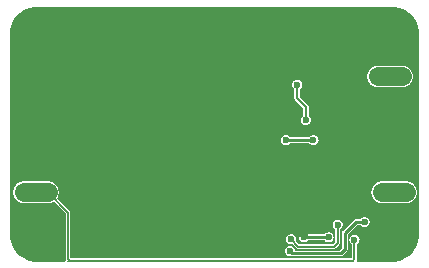
<source format=gbl>
G04*
G04 #@! TF.GenerationSoftware,Altium Limited,Altium Designer,20.1.8 (145)*
G04*
G04 Layer_Physical_Order=2*
G04 Layer_Color=16711680*
%FSAX44Y44*%
%MOMM*%
G71*
G04*
G04 #@! TF.SameCoordinates,513F2EBE-DBB5-41E4-B840-0BD9831D4F27*
G04*
G04*
G04 #@! TF.FilePolarity,Positive*
G04*
G01*
G75*
%ADD10C,0.1524*%
%ADD12C,0.2540*%
%ADD14C,0.1270*%
%ADD56C,0.2032*%
%ADD57C,1.6000*%
%ADD59O,4.0000X2.4000*%
%ADD60C,2.5000*%
%ADD61C,0.6500*%
%ADD62C,0.6000*%
%ADD63C,1.5000*%
%ADD64C,0.2286*%
G36*
X00331697Y00217079D02*
X00335876Y00215348D01*
X00339637Y00212835D01*
X00342835Y00209637D01*
X00345348Y00205876D01*
X00347079Y00201697D01*
X00347961Y00197262D01*
Y00195000D01*
Y00025000D01*
Y00022738D01*
X00347079Y00018303D01*
X00345348Y00014124D01*
X00342835Y00010363D01*
X00339637Y00007165D01*
X00335876Y00004652D01*
X00331697Y00002921D01*
X00327262Y00002039D01*
X00296495D01*
X00296019Y00002419D01*
X00295822Y00002745D01*
X00295495Y00003559D01*
X00295525Y00003756D01*
X00295535Y00003955D01*
Y00016762D01*
X00295636Y00016816D01*
X00295874Y00016964D01*
X00296101Y00017127D01*
X00296317Y00017304D01*
X00296521Y00017495D01*
X00296712Y00017699D01*
X00296889Y00017915D01*
X00297052Y00018142D01*
X00297200Y00018380D01*
X00297332Y00018627D01*
X00297447Y00018881D01*
X00297546Y00019143D01*
X00297627Y00019410D01*
X00297690Y00019683D01*
X00297736Y00019958D01*
X00297763Y00020237D01*
X00297772Y00020516D01*
X00297763Y00020796D01*
X00297736Y00021074D01*
X00297690Y00021349D01*
X00297627Y00021622D01*
X00297546Y00021889D01*
X00297447Y00022151D01*
X00297332Y00022406D01*
X00297200Y00022652D01*
X00297052Y00022890D01*
X00296889Y00023117D01*
X00296712Y00023333D01*
X00296521Y00023537D01*
X00296317Y00023728D01*
X00296101Y00023905D01*
X00295874Y00024068D01*
X00295636Y00024216D01*
X00295389Y00024348D01*
X00295135Y00024463D01*
X00294873Y00024562D01*
X00294606Y00024643D01*
X00294333Y00024706D01*
X00294058Y00024752D01*
X00293779Y00024779D01*
X00293500Y00024788D01*
X00293221Y00024779D01*
X00292942Y00024752D01*
X00292666Y00024706D01*
X00292394Y00024643D01*
X00292127Y00024562D01*
X00291865Y00024463D01*
X00291610Y00024348D01*
X00291364Y00024216D01*
X00291126Y00024068D01*
X00290899Y00023905D01*
X00290683Y00023728D01*
X00290479Y00023537D01*
X00290288Y00023333D01*
X00290110Y00023117D01*
X00289948Y00022890D01*
X00289800Y00022652D01*
X00289668Y00022406D01*
X00289553Y00022151D01*
X00289454Y00021889D01*
X00289373Y00021622D01*
X00289310Y00021349D01*
X00289264Y00021074D01*
X00289237Y00020796D01*
X00289228Y00020516D01*
X00289237Y00020237D01*
X00289264Y00019958D01*
X00289310Y00019683D01*
X00289373Y00019410D01*
X00289454Y00019143D01*
X00289553Y00018881D01*
X00289668Y00018627D01*
X00289800Y00018380D01*
X00289948Y00018142D01*
X00290110Y00017915D01*
X00290288Y00017699D01*
X00290479Y00017495D01*
X00290683Y00017304D01*
X00290899Y00017127D01*
X00291126Y00016964D01*
X00291364Y00016816D01*
X00291466Y00016762D01*
Y00004798D01*
X00291464Y00004796D01*
X00053208D01*
X00052983Y00005022D01*
Y00043582D01*
X00052973Y00043782D01*
X00052943Y00043979D01*
X00052895Y00044173D01*
X00052828Y00044361D01*
X00052742Y00044541D01*
X00052640Y00044713D01*
X00052521Y00044873D01*
X00052387Y00045021D01*
X00041615Y00055792D01*
X00041665Y00055868D01*
X00041882Y00056237D01*
X00042081Y00056616D01*
X00042263Y00057004D01*
X00042427Y00057400D01*
X00042573Y00057803D01*
X00042699Y00058212D01*
X00042807Y00058626D01*
X00042896Y00059045D01*
X00042965Y00059468D01*
X00043014Y00059894D01*
X00043044Y00060321D01*
X00043053Y00060749D01*
X00043044Y00061177D01*
X00043014Y00061605D01*
X00042965Y00062030D01*
X00042896Y00062453D01*
X00042807Y00062872D01*
X00042699Y00063287D01*
X00042573Y00063696D01*
X00042427Y00064099D01*
X00042263Y00064495D01*
X00042081Y00064882D01*
X00041882Y00065261D01*
X00041665Y00065630D01*
X00041431Y00065989D01*
X00041181Y00066337D01*
X00040915Y00066673D01*
X00040634Y00066996D01*
X00040338Y00067306D01*
X00040028Y00067602D01*
X00039705Y00067883D01*
X00039369Y00068149D01*
X00039021Y00068399D01*
X00038662Y00068633D01*
X00038293Y00068850D01*
X00037914Y00069050D01*
X00037526Y00069232D01*
X00037131Y00069395D01*
X00036728Y00069541D01*
X00036319Y00069668D01*
X00035904Y00069775D01*
X00035485Y00069864D01*
X00035062Y00069933D01*
X00034637Y00069982D01*
X00034209Y00070012D01*
X00033781Y00070022D01*
X00013781D01*
X00013353Y00070012D01*
X00012925Y00069982D01*
X00012500Y00069933D01*
X00012077Y00069864D01*
X00011658Y00069775D01*
X00011243Y00069668D01*
X00010834Y00069541D01*
X00010431Y00069395D01*
X00010036Y00069232D01*
X00009648Y00069050D01*
X00009269Y00068850D01*
X00008900Y00068633D01*
X00008541Y00068399D01*
X00008193Y00068149D01*
X00007857Y00067883D01*
X00007534Y00067602D01*
X00007225Y00067306D01*
X00006929Y00066996D01*
X00006647Y00066673D01*
X00006381Y00066337D01*
X00006131Y00065989D01*
X00005897Y00065630D01*
X00005681Y00065261D01*
X00005481Y00064882D01*
X00005299Y00064495D01*
X00005135Y00064099D01*
X00004989Y00063696D01*
X00004863Y00063287D01*
X00004755Y00062872D01*
X00004667Y00062453D01*
X00004598Y00062030D01*
X00004548Y00061605D01*
X00004518Y00061177D01*
X00004509Y00060749D01*
X00004518Y00060321D01*
X00004548Y00059894D01*
X00004598Y00059468D01*
X00004667Y00059045D01*
X00004755Y00058626D01*
X00004863Y00058212D01*
X00004989Y00057803D01*
X00005135Y00057400D01*
X00005299Y00057004D01*
X00005481Y00056616D01*
X00005681Y00056237D01*
X00005897Y00055868D01*
X00006131Y00055509D01*
X00006381Y00055161D01*
X00006647Y00054826D01*
X00006929Y00054502D01*
X00007225Y00054193D01*
X00007534Y00053897D01*
X00007857Y00053616D01*
X00008193Y00053350D01*
X00008541Y00053099D01*
X00008900Y00052866D01*
X00009269Y00052649D01*
X00009648Y00052449D01*
X00010036Y00052267D01*
X00010431Y00052103D01*
X00010834Y00051957D01*
X00011243Y00051831D01*
X00011658Y00051723D01*
X00012077Y00051635D01*
X00012500Y00051566D01*
X00012925Y00051516D01*
X00013353Y00051487D01*
X00013781Y00051477D01*
X00033781D01*
X00034209Y00051487D01*
X00034637Y00051516D01*
X00035062Y00051566D01*
X00035485Y00051635D01*
X00035904Y00051723D01*
X00036319Y00051831D01*
X00036728Y00051957D01*
X00037131Y00052103D01*
X00037526Y00052267D01*
X00037914Y00052449D01*
X00038293Y00052649D01*
X00038662Y00052866D01*
X00038738Y00052915D01*
X00048914Y00042740D01*
Y00004179D01*
X00048923Y00003980D01*
X00048953Y00003782D01*
X00049001Y00003589D01*
X00049035Y00003494D01*
X00048615Y00002529D01*
X00048588Y00002478D01*
X00048551Y00002429D01*
X00048242Y00002157D01*
X00047962Y00002053D01*
X00047898Y00002039D01*
X00022738D01*
X00018303Y00002921D01*
X00014124Y00004652D01*
X00010363Y00007165D01*
X00007165Y00010363D01*
X00004652Y00014124D01*
X00002921Y00018303D01*
X00002039Y00022738D01*
Y00025000D01*
Y00195000D01*
Y00197262D01*
X00002921Y00201697D01*
X00004652Y00205876D01*
X00007165Y00209637D01*
X00010363Y00212835D01*
X00014124Y00215348D01*
X00018303Y00217079D01*
X00022738Y00217961D01*
X00327262D01*
X00331697Y00217079D01*
D02*
G37*
%LPC*%
G36*
X00333590Y00168022D02*
X00313590D01*
X00313162Y00168013D01*
X00312735Y00167983D01*
X00312309Y00167934D01*
X00311886Y00167865D01*
X00311467Y00167776D01*
X00311052Y00167668D01*
X00310643Y00167542D01*
X00310240Y00167396D01*
X00309845Y00167232D01*
X00309457Y00167050D01*
X00309078Y00166851D01*
X00308709Y00166634D01*
X00308350Y00166400D01*
X00308002Y00166150D01*
X00307666Y00165884D01*
X00307343Y00165602D01*
X00307034Y00165307D01*
X00306738Y00164997D01*
X00306457Y00164674D01*
X00306190Y00164338D01*
X00305940Y00163990D01*
X00305707Y00163631D01*
X00305490Y00163262D01*
X00305290Y00162883D01*
X00305108Y00162495D01*
X00304944Y00162100D01*
X00304798Y00161697D01*
X00304672Y00161287D01*
X00304564Y00160873D01*
X00304475Y00160454D01*
X00304407Y00160031D01*
X00304357Y00159606D01*
X00304328Y00159178D01*
X00304318Y00158750D01*
X00304328Y00158322D01*
X00304357Y00157894D01*
X00304407Y00157469D01*
X00304475Y00157046D01*
X00304564Y00156627D01*
X00304672Y00156213D01*
X00304798Y00155803D01*
X00304944Y00155400D01*
X00305108Y00155005D01*
X00305290Y00154617D01*
X00305490Y00154238D01*
X00305707Y00153869D01*
X00305940Y00153510D01*
X00306190Y00153162D01*
X00306457Y00152826D01*
X00306738Y00152503D01*
X00307034Y00152193D01*
X00307343Y00151898D01*
X00307666Y00151616D01*
X00308002Y00151350D01*
X00308350Y00151100D01*
X00308709Y00150866D01*
X00309078Y00150649D01*
X00309457Y00150450D01*
X00309845Y00150268D01*
X00310240Y00150104D01*
X00310643Y00149958D01*
X00311052Y00149831D01*
X00311467Y00149724D01*
X00311886Y00149635D01*
X00312309Y00149566D01*
X00312735Y00149517D01*
X00313162Y00149487D01*
X00313590Y00149478D01*
X00333590D01*
X00334018Y00149487D01*
X00334446Y00149517D01*
X00334871Y00149566D01*
X00335294Y00149635D01*
X00335713Y00149724D01*
X00336128Y00149831D01*
X00336537Y00149958D01*
X00336940Y00150104D01*
X00337335Y00150268D01*
X00337723Y00150450D01*
X00338102Y00150649D01*
X00338471Y00150866D01*
X00338830Y00151100D01*
X00339178Y00151350D01*
X00339514Y00151616D01*
X00339837Y00151898D01*
X00340147Y00152193D01*
X00340443Y00152503D01*
X00340724Y00152826D01*
X00340990Y00153162D01*
X00341240Y00153510D01*
X00341474Y00153869D01*
X00341691Y00154238D01*
X00341890Y00154617D01*
X00342072Y00155005D01*
X00342236Y00155400D01*
X00342382Y00155803D01*
X00342509Y00156213D01*
X00342616Y00156627D01*
X00342705Y00157046D01*
X00342774Y00157469D01*
X00342823Y00157894D01*
X00342853Y00158322D01*
X00342863Y00158750D01*
X00342853Y00159178D01*
X00342823Y00159606D01*
X00342774Y00160031D01*
X00342705Y00160454D01*
X00342616Y00160873D01*
X00342509Y00161287D01*
X00342382Y00161697D01*
X00342236Y00162100D01*
X00342072Y00162495D01*
X00341890Y00162883D01*
X00341691Y00163262D01*
X00341474Y00163631D01*
X00341240Y00163990D01*
X00340990Y00164338D01*
X00340724Y00164674D01*
X00340443Y00164997D01*
X00340147Y00165307D01*
X00339837Y00165602D01*
X00339514Y00165884D01*
X00339178Y00166150D01*
X00338830Y00166400D01*
X00338471Y00166634D01*
X00338102Y00166851D01*
X00337723Y00167050D01*
X00337335Y00167232D01*
X00336940Y00167396D01*
X00336537Y00167542D01*
X00336128Y00167668D01*
X00335713Y00167776D01*
X00335294Y00167865D01*
X00334871Y00167934D01*
X00334446Y00167983D01*
X00334018Y00168013D01*
X00333590Y00168022D01*
D02*
G37*
G36*
X00244970Y00155997D02*
X00244690Y00155988D01*
X00244412Y00155961D01*
X00244137Y00155915D01*
X00243864Y00155852D01*
X00243597Y00155770D01*
X00243335Y00155672D01*
X00243080Y00155556D01*
X00242834Y00155425D01*
X00242596Y00155277D01*
X00242369Y00155114D01*
X00242153Y00154937D01*
X00241949Y00154746D01*
X00241758Y00154542D01*
X00241581Y00154326D01*
X00241418Y00154098D01*
X00241270Y00153861D01*
X00241138Y00153614D01*
X00241023Y00153360D01*
X00240924Y00153098D01*
X00240843Y00152831D01*
X00240780Y00152558D01*
X00240734Y00152282D01*
X00240707Y00152004D01*
X00240698Y00151725D01*
X00240707Y00151445D01*
X00240734Y00151167D01*
X00240780Y00150891D01*
X00240843Y00150619D01*
X00240924Y00150352D01*
X00241023Y00150090D01*
X00241138Y00149835D01*
X00241270Y00149589D01*
X00241418Y00149351D01*
X00241581Y00149124D01*
X00241758Y00148908D01*
X00241949Y00148704D01*
X00242153Y00148513D01*
X00242369Y00148335D01*
X00242596Y00148173D01*
X00242682Y00148119D01*
Y00140542D01*
X00242691Y00140343D01*
X00242717Y00140145D01*
X00242760Y00139950D01*
X00242820Y00139760D01*
X00242896Y00139575D01*
X00242988Y00139398D01*
X00243096Y00139230D01*
X00243217Y00139072D01*
X00243352Y00138925D01*
X00250149Y00132127D01*
Y00125414D01*
X00250064Y00125361D01*
X00249836Y00125198D01*
X00249620Y00125021D01*
X00249416Y00124830D01*
X00249225Y00124626D01*
X00249048Y00124409D01*
X00248885Y00124182D01*
X00248737Y00123945D01*
X00248605Y00123698D01*
X00248490Y00123443D01*
X00248392Y00123182D01*
X00248311Y00122914D01*
X00248247Y00122642D01*
X00248202Y00122366D01*
X00248174Y00122088D01*
X00248165Y00121809D01*
X00248174Y00121529D01*
X00248202Y00121251D01*
X00248247Y00120975D01*
X00248311Y00120703D01*
X00248392Y00120435D01*
X00248490Y00120174D01*
X00248605Y00119919D01*
X00248737Y00119672D01*
X00248885Y00119435D01*
X00249048Y00119208D01*
X00249225Y00118992D01*
X00249416Y00118788D01*
X00249620Y00118596D01*
X00249836Y00118419D01*
X00250064Y00118256D01*
X00250301Y00118109D01*
X00250548Y00117977D01*
X00250802Y00117861D01*
X00251064Y00117763D01*
X00251332Y00117682D01*
X00251604Y00117618D01*
X00251880Y00117573D01*
X00252158Y00117545D01*
X00252437Y00117536D01*
X00252717Y00117545D01*
X00252995Y00117573D01*
X00253271Y00117618D01*
X00253543Y00117682D01*
X00253811Y00117763D01*
X00254072Y00117861D01*
X00254327Y00117977D01*
X00254573Y00118109D01*
X00254811Y00118256D01*
X00255038Y00118419D01*
X00255254Y00118596D01*
X00255458Y00118788D01*
X00255649Y00118992D01*
X00255827Y00119208D01*
X00255989Y00119435D01*
X00256137Y00119672D01*
X00256269Y00119919D01*
X00256384Y00120174D01*
X00256483Y00120435D01*
X00256564Y00120703D01*
X00256627Y00120975D01*
X00256673Y00121251D01*
X00256700Y00121529D01*
X00256709Y00121809D01*
X00256700Y00122088D01*
X00256673Y00122366D01*
X00256627Y00122642D01*
X00256564Y00122914D01*
X00256483Y00123182D01*
X00256384Y00123443D01*
X00256269Y00123698D01*
X00256137Y00123945D01*
X00255989Y00124182D01*
X00255827Y00124409D01*
X00255649Y00124626D01*
X00255458Y00124830D01*
X00255254Y00125021D01*
X00255038Y00125198D01*
X00254811Y00125361D01*
X00254725Y00125414D01*
Y00133075D01*
X00254717Y00133275D01*
X00254691Y00133472D01*
X00254647Y00133667D01*
X00254587Y00133858D01*
X00254511Y00134042D01*
X00254419Y00134219D01*
X00254312Y00134388D01*
X00254190Y00134546D01*
X00254055Y00134693D01*
X00247258Y00141490D01*
Y00148119D01*
X00247344Y00148173D01*
X00247571Y00148335D01*
X00247787Y00148513D01*
X00247991Y00148704D01*
X00248182Y00148908D01*
X00248359Y00149124D01*
X00248522Y00149351D01*
X00248670Y00149589D01*
X00248802Y00149835D01*
X00248917Y00150090D01*
X00249016Y00150352D01*
X00249097Y00150619D01*
X00249160Y00150891D01*
X00249206Y00151167D01*
X00249233Y00151445D01*
X00249242Y00151725D01*
X00249233Y00152004D01*
X00249206Y00152282D01*
X00249160Y00152558D01*
X00249097Y00152831D01*
X00249016Y00153098D01*
X00248917Y00153360D01*
X00248802Y00153614D01*
X00248670Y00153861D01*
X00248522Y00154098D01*
X00248359Y00154326D01*
X00248182Y00154542D01*
X00247991Y00154746D01*
X00247787Y00154937D01*
X00247571Y00155114D01*
X00247344Y00155277D01*
X00247106Y00155425D01*
X00246859Y00155556D01*
X00246605Y00155672D01*
X00246343Y00155770D01*
X00246076Y00155852D01*
X00245803Y00155915D01*
X00245528Y00155961D01*
X00245249Y00155988D01*
X00244970Y00155997D01*
D02*
G37*
G36*
X00258803Y00109081D02*
X00258524Y00109072D01*
X00258246Y00109044D01*
X00257970Y00108999D01*
X00257698Y00108935D01*
X00257430Y00108854D01*
X00257168Y00108756D01*
X00256914Y00108640D01*
X00256667Y00108509D01*
X00256430Y00108361D01*
X00256203Y00108198D01*
X00255986Y00108021D01*
X00255782Y00107830D01*
X00255591Y00107626D01*
X00255414Y00107409D01*
X00255372Y00107351D01*
X00238944D01*
X00238903Y00107409D01*
X00238725Y00107626D01*
X00238534Y00107830D01*
X00238330Y00108021D01*
X00238114Y00108198D01*
X00237887Y00108361D01*
X00237649Y00108509D01*
X00237403Y00108640D01*
X00237148Y00108756D01*
X00236886Y00108854D01*
X00236619Y00108935D01*
X00236347Y00108999D01*
X00236071Y00109044D01*
X00235793Y00109072D01*
X00235513Y00109081D01*
X00235234Y00109072D01*
X00234956Y00109044D01*
X00234680Y00108999D01*
X00234407Y00108935D01*
X00234140Y00108854D01*
X00233878Y00108756D01*
X00233624Y00108640D01*
X00233377Y00108509D01*
X00233140Y00108361D01*
X00232912Y00108198D01*
X00232696Y00108021D01*
X00232492Y00107830D01*
X00232301Y00107626D01*
X00232124Y00107409D01*
X00231961Y00107182D01*
X00231813Y00106945D01*
X00231681Y00106698D01*
X00231566Y00106444D01*
X00231468Y00106182D01*
X00231386Y00105914D01*
X00231323Y00105642D01*
X00231277Y00105366D01*
X00231250Y00105088D01*
X00231241Y00104809D01*
X00231250Y00104529D01*
X00231277Y00104251D01*
X00231323Y00103975D01*
X00231386Y00103703D01*
X00231468Y00103435D01*
X00231566Y00103174D01*
X00231681Y00102919D01*
X00231813Y00102673D01*
X00231961Y00102435D01*
X00232124Y00102208D01*
X00232301Y00101992D01*
X00232492Y00101788D01*
X00232696Y00101597D01*
X00232912Y00101419D01*
X00233140Y00101256D01*
X00233377Y00101109D01*
X00233624Y00100977D01*
X00233878Y00100862D01*
X00234140Y00100763D01*
X00234407Y00100682D01*
X00234680Y00100618D01*
X00234956Y00100573D01*
X00235234Y00100546D01*
X00235513Y00100536D01*
X00235793Y00100546D01*
X00236071Y00100573D01*
X00236347Y00100618D01*
X00236619Y00100682D01*
X00236886Y00100763D01*
X00237148Y00100862D01*
X00237403Y00100977D01*
X00237649Y00101109D01*
X00237887Y00101256D01*
X00238114Y00101419D01*
X00238330Y00101597D01*
X00238534Y00101788D01*
X00238725Y00101992D01*
X00238903Y00102208D01*
X00238944Y00102266D01*
X00255372D01*
X00255414Y00102208D01*
X00255591Y00101992D01*
X00255782Y00101788D01*
X00255986Y00101597D01*
X00256203Y00101419D01*
X00256430Y00101256D01*
X00256667Y00101109D01*
X00256914Y00100977D01*
X00257168Y00100862D01*
X00257430Y00100763D01*
X00257698Y00100682D01*
X00257970Y00100618D01*
X00258246Y00100573D01*
X00258524Y00100546D01*
X00258803Y00100536D01*
X00259083Y00100546D01*
X00259361Y00100573D01*
X00259637Y00100618D01*
X00259909Y00100682D01*
X00260177Y00100763D01*
X00260438Y00100862D01*
X00260693Y00100977D01*
X00260939Y00101109D01*
X00261177Y00101256D01*
X00261404Y00101419D01*
X00261620Y00101597D01*
X00261824Y00101788D01*
X00262015Y00101992D01*
X00262193Y00102208D01*
X00262356Y00102435D01*
X00262503Y00102673D01*
X00262635Y00102919D01*
X00262750Y00103174D01*
X00262849Y00103435D01*
X00262930Y00103703D01*
X00262994Y00103975D01*
X00263039Y00104251D01*
X00263066Y00104529D01*
X00263076Y00104809D01*
X00263066Y00105088D01*
X00263039Y00105366D01*
X00262994Y00105642D01*
X00262930Y00105914D01*
X00262849Y00106182D01*
X00262750Y00106444D01*
X00262635Y00106698D01*
X00262503Y00106945D01*
X00262356Y00107182D01*
X00262193Y00107409D01*
X00262015Y00107626D01*
X00261824Y00107830D01*
X00261620Y00108021D01*
X00261404Y00108198D01*
X00261177Y00108361D01*
X00260939Y00108509D01*
X00260693Y00108640D01*
X00260438Y00108756D01*
X00260177Y00108854D01*
X00259909Y00108935D01*
X00259637Y00108999D01*
X00259361Y00109044D01*
X00259083Y00109072D01*
X00258803Y00109081D01*
D02*
G37*
G36*
X00337090Y00070022D02*
X00317090D01*
X00316662Y00070012D01*
X00316234Y00069982D01*
X00315809Y00069933D01*
X00315386Y00069864D01*
X00314967Y00069775D01*
X00314552Y00069668D01*
X00314143Y00069541D01*
X00313740Y00069395D01*
X00313345Y00069232D01*
X00312957Y00069050D01*
X00312578Y00068850D01*
X00312209Y00068633D01*
X00311850Y00068399D01*
X00311502Y00068149D01*
X00311166Y00067883D01*
X00310843Y00067602D01*
X00310533Y00067306D01*
X00310238Y00066996D01*
X00309956Y00066673D01*
X00309690Y00066337D01*
X00309440Y00065989D01*
X00309206Y00065630D01*
X00308989Y00065261D01*
X00308790Y00064882D01*
X00308608Y00064495D01*
X00308444Y00064099D01*
X00308298Y00063696D01*
X00308172Y00063287D01*
X00308064Y00062872D01*
X00307975Y00062453D01*
X00307906Y00062030D01*
X00307857Y00061605D01*
X00307827Y00061177D01*
X00307817Y00060749D01*
X00307827Y00060321D01*
X00307857Y00059894D01*
X00307906Y00059468D01*
X00307975Y00059045D01*
X00308064Y00058626D01*
X00308172Y00058212D01*
X00308298Y00057803D01*
X00308444Y00057400D01*
X00308608Y00057004D01*
X00308790Y00056616D01*
X00308989Y00056237D01*
X00309206Y00055868D01*
X00309440Y00055509D01*
X00309690Y00055161D01*
X00309956Y00054826D01*
X00310238Y00054502D01*
X00310533Y00054193D01*
X00310843Y00053897D01*
X00311166Y00053616D01*
X00311502Y00053350D01*
X00311850Y00053099D01*
X00312209Y00052866D01*
X00312578Y00052649D01*
X00312957Y00052449D01*
X00313345Y00052267D01*
X00313740Y00052103D01*
X00314143Y00051957D01*
X00314552Y00051831D01*
X00314967Y00051723D01*
X00315386Y00051635D01*
X00315809Y00051566D01*
X00316234Y00051516D01*
X00316662Y00051487D01*
X00317090Y00051477D01*
X00337090D01*
X00337518Y00051487D01*
X00337946Y00051516D01*
X00338371Y00051566D01*
X00338794Y00051635D01*
X00339213Y00051723D01*
X00339627Y00051831D01*
X00340037Y00051957D01*
X00340440Y00052103D01*
X00340835Y00052267D01*
X00341223Y00052449D01*
X00341602Y00052649D01*
X00341971Y00052866D01*
X00342330Y00053099D01*
X00342678Y00053350D01*
X00343014Y00053616D01*
X00343337Y00053897D01*
X00343647Y00054193D01*
X00343942Y00054502D01*
X00344224Y00054826D01*
X00344490Y00055161D01*
X00344740Y00055509D01*
X00344974Y00055868D01*
X00345191Y00056237D01*
X00345390Y00056616D01*
X00345572Y00057004D01*
X00345736Y00057400D01*
X00345882Y00057803D01*
X00346008Y00058212D01*
X00346116Y00058626D01*
X00346204Y00059045D01*
X00346273Y00059468D01*
X00346323Y00059894D01*
X00346353Y00060321D01*
X00346362Y00060749D01*
X00346353Y00061177D01*
X00346323Y00061605D01*
X00346273Y00062030D01*
X00346204Y00062453D01*
X00346116Y00062872D01*
X00346008Y00063287D01*
X00345882Y00063696D01*
X00345736Y00064099D01*
X00345572Y00064495D01*
X00345390Y00064882D01*
X00345191Y00065261D01*
X00344974Y00065630D01*
X00344740Y00065989D01*
X00344490Y00066337D01*
X00344224Y00066673D01*
X00343942Y00066996D01*
X00343647Y00067306D01*
X00343337Y00067602D01*
X00343014Y00067883D01*
X00342678Y00068149D01*
X00342330Y00068399D01*
X00341971Y00068633D01*
X00341602Y00068850D01*
X00341223Y00069050D01*
X00340835Y00069232D01*
X00340440Y00069395D01*
X00340037Y00069541D01*
X00339627Y00069668D01*
X00339213Y00069775D01*
X00338794Y00069864D01*
X00338371Y00069933D01*
X00337946Y00069982D01*
X00337518Y00070012D01*
X00337090Y00070022D01*
D02*
G37*
G36*
X00302050Y00039736D02*
X00301770Y00039726D01*
X00301492Y00039699D01*
X00301217Y00039653D01*
X00300944Y00039590D01*
X00300677Y00039509D01*
X00300415Y00039410D01*
X00300160Y00039295D01*
X00299914Y00039163D01*
X00299676Y00039016D01*
X00299449Y00038853D01*
X00299233Y00038675D01*
X00299029Y00038484D01*
X00298838Y00038280D01*
X00298661Y00038064D01*
X00298528Y00037878D01*
X00294550D01*
X00294340Y00037869D01*
X00294131Y00037842D01*
X00293925Y00037796D01*
X00293724Y00037733D01*
X00293529Y00037652D01*
X00293342Y00037555D01*
X00293165Y00037442D01*
X00292997Y00037313D01*
X00292842Y00037171D01*
X00283522Y00027851D01*
X00283380Y00027696D01*
X00283252Y00027529D01*
X00283139Y00027351D01*
X00283041Y00027164D01*
X00282961Y00026970D01*
X00282897Y00026769D01*
X00282852Y00026563D01*
X00282824Y00026354D01*
X00282815Y00026144D01*
Y00013401D01*
X00280747Y00011333D01*
X00243251D01*
X00243249Y00011352D01*
X00243204Y00011628D01*
X00243140Y00011900D01*
X00243059Y00012167D01*
X00242960Y00012429D01*
X00242845Y00012684D01*
X00242713Y00012930D01*
X00242566Y00013168D01*
X00242403Y00013395D01*
X00242225Y00013611D01*
X00242034Y00013815D01*
X00241830Y00014006D01*
X00241614Y00014183D01*
X00241387Y00014346D01*
X00241149Y00014494D01*
X00240903Y00014626D01*
X00240648Y00014741D01*
X00240387Y00014840D01*
X00240119Y00014921D01*
X00239847Y00014984D01*
X00239571Y00015030D01*
X00239293Y00015057D01*
X00239013Y00015066D01*
X00238734Y00015057D01*
X00238456Y00015030D01*
X00238180Y00014984D01*
X00237908Y00014921D01*
X00237640Y00014840D01*
X00237378Y00014741D01*
X00237124Y00014626D01*
X00236877Y00014494D01*
X00236640Y00014346D01*
X00236413Y00014183D01*
X00236196Y00014006D01*
X00235992Y00013815D01*
X00235801Y00013611D01*
X00235624Y00013395D01*
X00235461Y00013168D01*
X00235313Y00012930D01*
X00235182Y00012684D01*
X00235066Y00012429D01*
X00234968Y00012167D01*
X00234887Y00011900D01*
X00234823Y00011628D01*
X00234778Y00011352D01*
X00234750Y00011073D01*
X00234741Y00010794D01*
X00234750Y00010515D01*
X00234778Y00010236D01*
X00234823Y00009961D01*
X00234887Y00009688D01*
X00234968Y00009421D01*
X00235066Y00009159D01*
X00235182Y00008904D01*
X00235313Y00008658D01*
X00235461Y00008421D01*
X00235624Y00008193D01*
X00235801Y00007977D01*
X00235992Y00007773D01*
X00236196Y00007582D01*
X00236413Y00007405D01*
X00236640Y00007242D01*
X00236877Y00007094D01*
X00237124Y00006962D01*
X00237378Y00006847D01*
X00237640Y00006748D01*
X00237908Y00006667D01*
X00238180Y00006604D01*
X00238456Y00006558D01*
X00238734Y00006531D01*
X00239013Y00006522D01*
X00239293Y00006531D01*
X00239571Y00006558D01*
X00239847Y00006604D01*
X00240073Y00006657D01*
X00240095Y00006648D01*
X00240296Y00006584D01*
X00240501Y00006539D01*
X00240710Y00006511D01*
X00240921Y00006502D01*
X00281747D01*
X00281958Y00006511D01*
X00282167Y00006539D01*
X00282372Y00006584D01*
X00282573Y00006648D01*
X00282768Y00006728D01*
X00282955Y00006826D01*
X00283133Y00006939D01*
X00283300Y00007067D01*
X00283455Y00007209D01*
X00286176Y00009930D01*
X00286251Y00009961D01*
X00286438Y00010058D01*
X00286616Y00010172D01*
X00286783Y00010300D01*
X00286938Y00010442D01*
X00287080Y00010598D01*
X00287209Y00010765D01*
X00287322Y00010943D01*
X00287419Y00011129D01*
X00287500Y00011324D01*
X00287563Y00011525D01*
X00287609Y00011731D01*
X00287636Y00011940D01*
X00287646Y00012150D01*
Y00025143D01*
X00295550Y00033048D01*
X00298528D01*
X00298661Y00032862D01*
X00298838Y00032646D01*
X00299029Y00032442D01*
X00299233Y00032251D01*
X00299449Y00032074D01*
X00299676Y00031911D01*
X00299914Y00031763D01*
X00300160Y00031632D01*
X00300415Y00031516D01*
X00300677Y00031418D01*
X00300944Y00031337D01*
X00301217Y00031273D01*
X00301492Y00031228D01*
X00301770Y00031200D01*
X00302050Y00031191D01*
X00302329Y00031200D01*
X00302608Y00031228D01*
X00302883Y00031273D01*
X00303156Y00031337D01*
X00303423Y00031418D01*
X00303685Y00031516D01*
X00303939Y00031632D01*
X00304186Y00031763D01*
X00304424Y00031911D01*
X00304651Y00032074D01*
X00304867Y00032251D01*
X00305071Y00032442D01*
X00305262Y00032646D01*
X00305439Y00032862D01*
X00305602Y00033090D01*
X00305750Y00033327D01*
X00305882Y00033574D01*
X00305997Y00033828D01*
X00306096Y00034090D01*
X00306177Y00034358D01*
X00306240Y00034630D01*
X00306286Y00034906D01*
X00306313Y00035184D01*
X00306322Y00035463D01*
X00306313Y00035743D01*
X00306286Y00036021D01*
X00306240Y00036297D01*
X00306177Y00036569D01*
X00306096Y00036837D01*
X00305997Y00037098D01*
X00305882Y00037353D01*
X00305750Y00037599D01*
X00305602Y00037837D01*
X00305439Y00038064D01*
X00305262Y00038280D01*
X00305071Y00038484D01*
X00304867Y00038675D01*
X00304651Y00038853D01*
X00304424Y00039016D01*
X00304186Y00039163D01*
X00303939Y00039295D01*
X00303685Y00039410D01*
X00303423Y00039509D01*
X00303156Y00039590D01*
X00302883Y00039653D01*
X00302608Y00039699D01*
X00302329Y00039726D01*
X00302050Y00039736D01*
D02*
G37*
G36*
X00271534Y00026788D02*
X00271255Y00026779D01*
X00270977Y00026752D01*
X00270701Y00026706D01*
X00270429Y00026643D01*
X00270161Y00026562D01*
X00269900Y00026463D01*
X00269645Y00026348D01*
X00269398Y00026216D01*
X00269161Y00026068D01*
X00268934Y00025905D01*
X00268717Y00025728D01*
X00268513Y00025537D01*
X00268322Y00025333D01*
X00268145Y00025117D01*
X00268103Y00025058D01*
X00254013D01*
X00254013Y00022766D01*
X00246249Y00022766D01*
X00246241Y00022516D01*
X00246250Y00022237D01*
X00246278Y00021958D01*
X00246323Y00021683D01*
X00246387Y00021410D01*
X00246468Y00021143D01*
X00246566Y00020881D01*
X00246682Y00020626D01*
X00246814Y00020380D01*
X00246961Y00020143D01*
X00247124Y00019915D01*
X00247301Y00019699D01*
X00247492Y00019495D01*
X00247696Y00019304D01*
X00247913Y00019127D01*
X00248140Y00018964D01*
X00248377Y00018816D01*
X00248624Y00018684D01*
X00248878Y00018569D01*
X00249140Y00018470D01*
X00249408Y00018389D01*
X00249680Y00018326D01*
X00249956Y00018280D01*
X00250234Y00018253D01*
X00250513Y00018244D01*
X00250793Y00018253D01*
X00251071Y00018280D01*
X00251347Y00018326D01*
X00251619Y00018389D01*
X00251887Y00018470D01*
X00252148Y00018569D01*
X00252403Y00018684D01*
X00252649Y00018816D01*
X00252887Y00018964D01*
X00253114Y00019127D01*
X00253330Y00019304D01*
X00253534Y00019495D01*
X00253725Y00019699D01*
X00253903Y00019915D01*
X00253945Y00019974D01*
X00268103D01*
X00268145Y00019915D01*
X00268322Y00019699D01*
X00268513Y00019495D01*
X00268717Y00019304D01*
X00268934Y00019127D01*
X00269161Y00018964D01*
X00269398Y00018816D01*
X00269645Y00018684D01*
X00269900Y00018569D01*
X00270161Y00018470D01*
X00270429Y00018389D01*
X00270701Y00018326D01*
X00270977Y00018280D01*
X00271255Y00018253D01*
X00271534Y00018244D01*
X00271814Y00018253D01*
X00272092Y00018280D01*
X00272368Y00018326D01*
X00272640Y00018389D01*
X00272908Y00018470D01*
X00273169Y00018569D01*
X00273424Y00018684D01*
X00273671Y00018816D01*
X00273908Y00018964D01*
X00274135Y00019127D01*
X00274351Y00019304D01*
X00274555Y00019495D01*
X00274746Y00019699D01*
X00274924Y00019915D01*
X00275087Y00020143D01*
X00275234Y00020380D01*
X00275366Y00020626D01*
X00275481Y00020881D01*
X00275580Y00021143D01*
X00275661Y00021410D01*
X00275725Y00021683D01*
X00275770Y00021958D01*
X00275798Y00022237D01*
X00275807Y00022516D01*
X00275798Y00022795D01*
X00275770Y00023074D01*
X00275725Y00023349D01*
X00275661Y00023622D01*
X00275580Y00023889D01*
X00275481Y00024151D01*
X00275366Y00024406D01*
X00275234Y00024652D01*
X00275087Y00024890D01*
X00274924Y00025117D01*
X00274746Y00025333D01*
X00274555Y00025537D01*
X00274351Y00025728D01*
X00274135Y00025905D01*
X00273908Y00026068D01*
X00273671Y00026216D01*
X00273424Y00026348D01*
X00273169Y00026463D01*
X00272908Y00026562D01*
X00272640Y00026643D01*
X00272368Y00026706D01*
X00272092Y00026752D01*
X00271814Y00026779D01*
X00271534Y00026788D01*
D02*
G37*
G36*
X00279250Y00037572D02*
X00278971Y00037563D01*
X00278692Y00037535D01*
X00278416Y00037490D01*
X00278144Y00037426D01*
X00277877Y00037345D01*
X00277615Y00037247D01*
X00277360Y00037131D01*
X00277114Y00036999D01*
X00276876Y00036852D01*
X00276649Y00036689D01*
X00276433Y00036512D01*
X00276229Y00036321D01*
X00276038Y00036116D01*
X00275861Y00035900D01*
X00275698Y00035673D01*
X00275550Y00035436D01*
X00275418Y00035189D01*
X00275303Y00034934D01*
X00275204Y00034673D01*
X00275123Y00034405D01*
X00275060Y00034133D01*
X00275014Y00033857D01*
X00274987Y00033579D01*
X00274978Y00033300D01*
X00274987Y00033020D01*
X00275014Y00032742D01*
X00275060Y00032466D01*
X00275123Y00032194D01*
X00275204Y00031926D01*
X00275303Y00031665D01*
X00275418Y00031410D01*
X00275550Y00031163D01*
X00275698Y00030926D01*
X00275861Y00030699D01*
X00276038Y00030483D01*
X00276229Y00030279D01*
X00276433Y00030087D01*
X00276649Y00029910D01*
X00276876Y00029747D01*
X00277114Y00029600D01*
X00277343Y00029477D01*
Y00018536D01*
X00275506Y00016699D01*
X00246810D01*
X00243951Y00019558D01*
X00244026Y00019806D01*
X00244090Y00020079D01*
X00244135Y00020354D01*
X00244163Y00020633D01*
X00244172Y00020912D01*
X00244163Y00021192D01*
X00244135Y00021470D01*
X00244090Y00021746D01*
X00244026Y00022018D01*
X00243945Y00022285D01*
X00243847Y00022547D01*
X00243731Y00022802D01*
X00243599Y00023048D01*
X00243452Y00023286D01*
X00243289Y00023513D01*
X00243112Y00023729D01*
X00242920Y00023933D01*
X00242716Y00024124D01*
X00242500Y00024302D01*
X00242273Y00024464D01*
X00242036Y00024612D01*
X00241789Y00024744D01*
X00241534Y00024859D01*
X00241273Y00024958D01*
X00241005Y00025039D01*
X00240733Y00025102D01*
X00240457Y00025148D01*
X00240179Y00025175D01*
X00239900Y00025184D01*
X00239620Y00025175D01*
X00239342Y00025148D01*
X00239066Y00025102D01*
X00238794Y00025039D01*
X00238526Y00024958D01*
X00238265Y00024859D01*
X00238010Y00024744D01*
X00237763Y00024612D01*
X00237526Y00024464D01*
X00237299Y00024302D01*
X00237083Y00024124D01*
X00236879Y00023933D01*
X00236687Y00023729D01*
X00236510Y00023513D01*
X00236347Y00023286D01*
X00236200Y00023048D01*
X00236068Y00022802D01*
X00235952Y00022547D01*
X00235854Y00022285D01*
X00235773Y00022018D01*
X00235709Y00021746D01*
X00235664Y00021470D01*
X00235636Y00021192D01*
X00235627Y00020912D01*
X00235636Y00020633D01*
X00235664Y00020354D01*
X00235709Y00020079D01*
X00235773Y00019806D01*
X00235854Y00019539D01*
X00235952Y00019277D01*
X00236068Y00019023D01*
X00236200Y00018776D01*
X00236347Y00018539D01*
X00236510Y00018311D01*
X00236687Y00018095D01*
X00236879Y00017891D01*
X00237083Y00017700D01*
X00237299Y00017523D01*
X00237526Y00017360D01*
X00237763Y00017212D01*
X00238010Y00017080D01*
X00238265Y00016965D01*
X00238526Y00016867D01*
X00238794Y00016785D01*
X00239066Y00016722D01*
X00239342Y00016676D01*
X00239620Y00016649D01*
X00239900Y00016640D01*
X00240179Y00016649D01*
X00240457Y00016676D01*
X00240733Y00016722D01*
X00241005Y00016785D01*
X00241254Y00016861D01*
X00244671Y00013443D01*
X00244671Y00013443D01*
X00244810Y00013317D01*
X00244960Y00013206D01*
X00245121Y00013109D01*
X00245290Y00013029D01*
X00245466Y00012966D01*
X00245648Y00012921D01*
X00245833Y00012893D01*
X00246020Y00012884D01*
X00276296D01*
X00276483Y00012893D01*
X00276668Y00012921D01*
X00276849Y00012966D01*
X00277026Y00013029D01*
X00277195Y00013109D01*
X00277355Y00013206D01*
X00277506Y00013317D01*
X00277645Y00013443D01*
X00280599Y00016397D01*
X00280724Y00016536D01*
X00280836Y00016686D01*
X00280932Y00016846D01*
X00281012Y00017016D01*
X00281075Y00017192D01*
X00281120Y00017373D01*
X00281148Y00017559D01*
X00281157Y00017745D01*
X00281157Y00017746D01*
Y00029477D01*
X00281386Y00029600D01*
X00281623Y00029747D01*
X00281851Y00029910D01*
X00282067Y00030087D01*
X00282271Y00030279D01*
X00282462Y00030483D01*
X00282639Y00030699D01*
X00282802Y00030926D01*
X00282950Y00031163D01*
X00283082Y00031410D01*
X00283197Y00031665D01*
X00283295Y00031926D01*
X00283377Y00032194D01*
X00283440Y00032466D01*
X00283486Y00032742D01*
X00283513Y00033020D01*
X00283522Y00033300D01*
X00283513Y00033579D01*
X00283486Y00033857D01*
X00283440Y00034133D01*
X00283377Y00034405D01*
X00283295Y00034673D01*
X00283197Y00034934D01*
X00283082Y00035189D01*
X00282950Y00035436D01*
X00282802Y00035673D01*
X00282639Y00035900D01*
X00282462Y00036116D01*
X00282271Y00036321D01*
X00282067Y00036512D01*
X00281851Y00036689D01*
X00281623Y00036852D01*
X00281386Y00036999D01*
X00281140Y00037131D01*
X00280885Y00037247D01*
X00280623Y00037345D01*
X00280356Y00037426D01*
X00280083Y00037490D01*
X00279808Y00037535D01*
X00279529Y00037563D01*
X00279250Y00037572D01*
D02*
G37*
%LPD*%
D10*
X00052365Y00002762D02*
X00292307D01*
X00293500Y00003955D02*
Y00020516D01*
X00292307Y00002762D02*
X00293500Y00003955D01*
X00293500Y00020516D02*
X00293500Y00020516D01*
X00050948Y00004179D02*
X00051865Y00003262D01*
X00051365Y00002762D02*
X00052365D01*
X00050948Y00004179D02*
Y00043582D01*
X00033781Y00060749D02*
X00050948Y00043582D01*
D12*
X00235513Y00104809D02*
X00258803D01*
X00250513Y00022516D02*
X00271534D01*
D14*
X00239900Y00020912D02*
X00246020Y00014792D01*
X00279250Y00017745D02*
Y00033300D01*
X00276296Y00014792D02*
X00279250Y00017745D01*
X00246020Y00014792D02*
X00276296D01*
D56*
X00244970Y00140542D02*
X00252437Y00133075D01*
Y00121809D02*
Y00133075D01*
X00244970Y00140542D02*
Y00151725D01*
D57*
X00317090Y00060749D02*
X00337090D01*
X00313590Y00158750D02*
X00333590D01*
X00013781Y00060749D02*
X00033781D01*
D59*
X00324840Y00085000D02*
D03*
Y00135000D02*
D03*
X00025000Y00085000D02*
D03*
Y00135000D02*
D03*
D60*
X00324840Y00025000D02*
D03*
Y00195000D02*
D03*
X00025000Y00025000D02*
D03*
Y00195000D02*
D03*
D61*
X00244013Y00061354D02*
D03*
X00234013Y00051354D02*
D03*
Y00061354D02*
D03*
Y00071354D02*
D03*
X00244013D02*
D03*
X00254013D02*
D03*
Y00061354D02*
D03*
Y00051354D02*
D03*
X00244013D02*
D03*
D62*
X00195000Y00120000D02*
D03*
X00195099Y00112287D02*
D03*
X00279250Y00033300D02*
D03*
X00264013Y00051354D02*
D03*
Y00061354D02*
D03*
Y00071354D02*
D03*
X00235513Y00104809D02*
D03*
X00271534Y00022516D02*
D03*
X00250513D02*
D03*
X00293500Y00020516D02*
D03*
X00258803Y00104809D02*
D03*
X00302050Y00035463D02*
D03*
X00239900Y00020912D02*
D03*
X00239013Y00010794D02*
D03*
X00252437Y00121809D02*
D03*
X00224013Y00051354D02*
D03*
Y00071354D02*
D03*
X00244970Y00151725D02*
D03*
X00214912Y00023879D02*
D03*
X00208200Y00023781D02*
D03*
X00224013Y00061354D02*
D03*
X00025000Y00159000D02*
D03*
Y00151500D02*
D03*
Y00166500D02*
D03*
X00032713Y00166599D02*
D03*
Y00151599D02*
D03*
Y00159099D02*
D03*
X00080000Y00040000D02*
D03*
X00072500D02*
D03*
X00087500D02*
D03*
X00095000D02*
D03*
X00095099Y00032287D02*
D03*
X00087599D02*
D03*
X00072599D02*
D03*
X00080099D02*
D03*
X00110000Y00040000D02*
D03*
X00102500D02*
D03*
X00117500D02*
D03*
X00125000D02*
D03*
X00125099Y00032287D02*
D03*
X00117599D02*
D03*
X00102599D02*
D03*
X00110099D02*
D03*
X00140000Y00040000D02*
D03*
X00132500D02*
D03*
X00147500D02*
D03*
X00155000D02*
D03*
X00155099Y00032287D02*
D03*
X00147599D02*
D03*
X00132599D02*
D03*
X00140099D02*
D03*
X00170000Y00040000D02*
D03*
X00162500D02*
D03*
X00177500D02*
D03*
X00185000D02*
D03*
X00185099Y00032287D02*
D03*
X00177599D02*
D03*
X00162599D02*
D03*
X00170099D02*
D03*
X00202500Y00120000D02*
D03*
X00210000D02*
D03*
X00217500D02*
D03*
X00217599Y00112287D02*
D03*
X00210099D02*
D03*
X00202599D02*
D03*
X00275285Y00194778D02*
D03*
X00267785D02*
D03*
X00282785D02*
D03*
X00290285D02*
D03*
Y00202648D02*
D03*
X00282785D02*
D03*
X00267785D02*
D03*
X00275285D02*
D03*
D63*
X00317090Y00060749D02*
D03*
X00013781D02*
D03*
X00033781D02*
D03*
X00333590Y00158750D02*
D03*
X00313590D02*
D03*
X00337090Y00060749D02*
D03*
X00205026Y00085703D02*
D03*
Y00065703D02*
D03*
D64*
X00285230Y00012150D02*
Y00026144D01*
X00294550Y00035463D01*
X00302050D01*
X00281747Y00008917D02*
X00284980Y00012150D01*
X00240921Y00008917D02*
X00281747D01*
X00239279Y00010559D02*
X00240921Y00008917D01*
M02*

</source>
